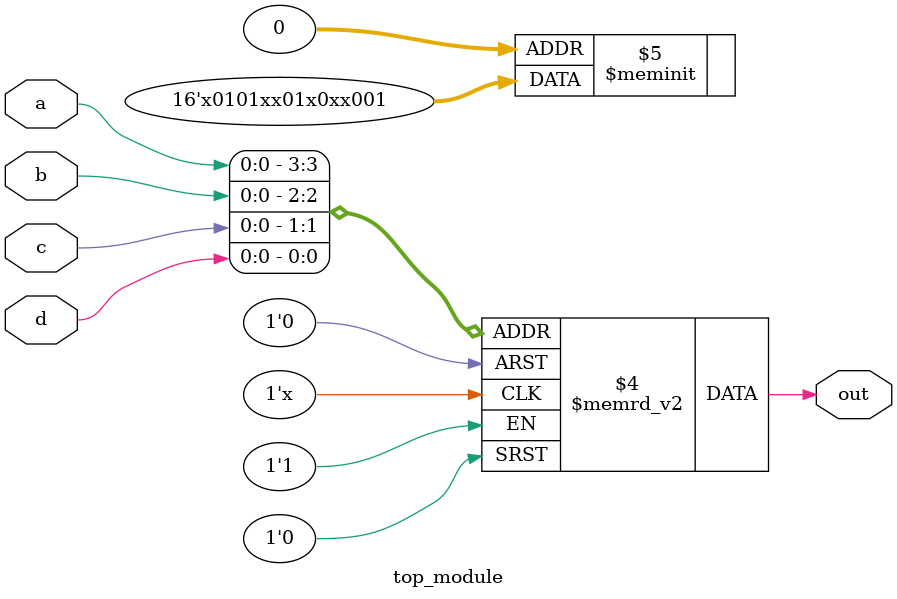
<source format=sv>
module top_module (
    input a, 
    input b,
    input c,
    input d,
    output reg out
);

always @(*) begin
    case ({a, b, c, d})
        4'b0000, 4'b0111, 4'b1011, 4'b1101: out = 1'b1;
        4'b0001, 4'b0010, 4'b0101, 4'b1000, 4'b1100, 4'b1110: out = 1'b0;
        default: out = 1'bx;
    endcase
end

endmodule

</source>
